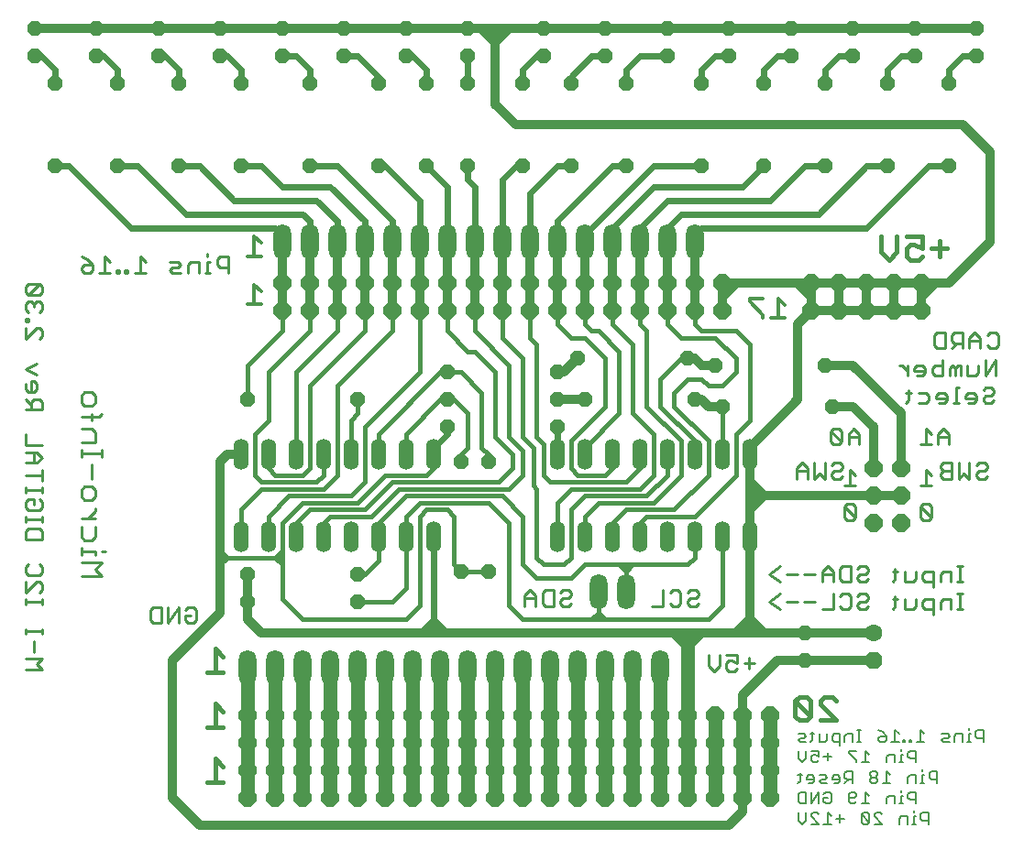
<source format=gbr>
G75*
G70*
%OFA0B0*%
%FSLAX24Y24*%
%IPPOS*%
%LPD*%
%AMOC8*
5,1,8,0,0,1.08239X$1,22.5*
%
%ADD10C,0.0110*%
%ADD11C,0.0150*%
%ADD12C,0.0080*%
%ADD13C,0.0130*%
%ADD14C,0.0100*%
%ADD15O,0.0560X0.1120*%
%ADD16OC8,0.0640*%
%ADD17O,0.0640X0.1280*%
%ADD18OC8,0.0560*%
%ADD19OC8,0.0630*%
%ADD20C,0.0630*%
%ADD21C,0.0160*%
%ADD22C,0.0500*%
%ADD23C,0.0320*%
%ADD24C,0.0240*%
D10*
X002331Y008755D02*
X002922Y008755D01*
X002725Y008952D01*
X002922Y009149D01*
X002331Y009149D01*
X002626Y009400D02*
X002626Y009794D01*
X002331Y010045D02*
X002331Y010241D01*
X002331Y010143D02*
X002922Y010143D01*
X002922Y010045D02*
X002922Y010241D01*
X002922Y011119D02*
X002922Y011316D01*
X002922Y011217D02*
X002331Y011217D01*
X002331Y011119D02*
X002331Y011316D01*
X002331Y011548D02*
X002725Y011942D01*
X002823Y011942D01*
X002922Y011844D01*
X002922Y011647D01*
X002823Y011548D01*
X002331Y011548D02*
X002331Y011942D01*
X002430Y012193D02*
X002331Y012291D01*
X002331Y012488D01*
X002430Y012587D01*
X002823Y012587D02*
X002922Y012488D01*
X002922Y012291D01*
X002823Y012193D01*
X002430Y012193D01*
X002331Y013482D02*
X002331Y013777D01*
X002430Y013876D01*
X002823Y013876D01*
X002922Y013777D01*
X002922Y013482D01*
X002331Y013482D01*
X002331Y014127D02*
X002331Y014323D01*
X002331Y014225D02*
X002922Y014225D01*
X002922Y014127D02*
X002922Y014323D01*
X002823Y014556D02*
X002430Y014556D01*
X002331Y014655D01*
X002331Y014851D01*
X002430Y014950D01*
X002626Y014950D01*
X002626Y014753D01*
X002823Y014556D02*
X002922Y014655D01*
X002922Y014851D01*
X002823Y014950D01*
X002922Y015201D02*
X002922Y015398D01*
X002922Y015299D02*
X002331Y015299D01*
X002331Y015201D02*
X002331Y015398D01*
X002331Y015827D02*
X002922Y015827D01*
X002922Y015630D02*
X002922Y016024D01*
X002725Y016275D02*
X002922Y016472D01*
X002725Y016669D01*
X002331Y016669D01*
X002331Y016919D02*
X002331Y017313D01*
X002331Y016919D02*
X002922Y016919D01*
X002626Y016669D02*
X002626Y016275D01*
X002725Y016275D02*
X002331Y016275D01*
X002331Y018209D02*
X002922Y018209D01*
X002922Y018504D01*
X002823Y018602D01*
X002626Y018602D01*
X002528Y018504D01*
X002528Y018209D01*
X002528Y018405D02*
X002331Y018602D01*
X002430Y018853D02*
X002331Y018951D01*
X002331Y019148D01*
X002528Y019247D02*
X002528Y018853D01*
X002626Y018853D02*
X002725Y018951D01*
X002725Y019148D01*
X002626Y019247D01*
X002528Y019247D01*
X002725Y019498D02*
X002331Y019694D01*
X002725Y019891D01*
X002823Y020787D02*
X002922Y020885D01*
X002922Y021082D01*
X002823Y021180D01*
X002725Y021180D01*
X002331Y020787D01*
X002331Y021180D01*
X002331Y021431D02*
X002331Y021530D01*
X002430Y021530D01*
X002430Y021431D01*
X002331Y021431D01*
X002430Y021753D02*
X002331Y021852D01*
X002331Y022049D01*
X002430Y022147D01*
X002528Y022147D01*
X002626Y022049D01*
X002626Y021950D01*
X002626Y022049D02*
X002725Y022147D01*
X002823Y022147D01*
X002922Y022049D01*
X002922Y021852D01*
X002823Y021753D01*
X002823Y022398D02*
X002430Y022398D01*
X002823Y022792D01*
X002430Y022792D01*
X002331Y022693D01*
X002331Y022496D01*
X002430Y022398D01*
X002823Y022398D02*
X002922Y022496D01*
X002922Y022693D01*
X002823Y022792D01*
X004347Y023292D02*
X004347Y023390D01*
X004446Y023489D01*
X004741Y023489D01*
X004741Y023292D01*
X004643Y023193D01*
X004446Y023193D01*
X004347Y023292D01*
X004544Y023685D02*
X004347Y023784D01*
X004544Y023685D02*
X004741Y023489D01*
X004992Y023193D02*
X005385Y023193D01*
X005189Y023193D02*
X005189Y023784D01*
X005385Y023587D01*
X005609Y023292D02*
X005609Y023193D01*
X005708Y023193D01*
X005708Y023292D01*
X005609Y023292D01*
X005932Y023292D02*
X005932Y023193D01*
X006030Y023193D01*
X006030Y023292D01*
X005932Y023292D01*
X006281Y023193D02*
X006674Y023193D01*
X006478Y023193D02*
X006478Y023784D01*
X006674Y023587D01*
X007570Y023587D02*
X007865Y023587D01*
X007964Y023489D01*
X007865Y023390D01*
X007668Y023390D01*
X007570Y023292D01*
X007668Y023193D01*
X007964Y023193D01*
X008214Y023193D02*
X008214Y023489D01*
X008313Y023587D01*
X008608Y023587D01*
X008608Y023193D01*
X008841Y023193D02*
X009038Y023193D01*
X008939Y023193D02*
X008939Y023587D01*
X009038Y023587D01*
X008939Y023784D02*
X008939Y023882D01*
X009289Y023685D02*
X009289Y023489D01*
X009387Y023390D01*
X009682Y023390D01*
X009682Y023193D02*
X009682Y023784D01*
X009387Y023784D01*
X009289Y023685D01*
X002626Y018853D02*
X002430Y018853D01*
X006946Y011034D02*
X007241Y011034D01*
X007241Y010443D01*
X006946Y010443D01*
X006847Y010542D01*
X006847Y010935D01*
X006946Y011034D01*
X007492Y011034D02*
X007492Y010443D01*
X007885Y011034D01*
X007885Y010443D01*
X008136Y010542D02*
X008136Y010739D01*
X008333Y010739D01*
X008530Y010935D02*
X008530Y010542D01*
X008431Y010443D01*
X008235Y010443D01*
X008136Y010542D01*
X008136Y010935D02*
X008235Y011034D01*
X008431Y011034D01*
X008530Y010935D01*
X020472Y011068D02*
X020472Y011462D01*
X020669Y011659D01*
X020866Y011462D01*
X020866Y011068D01*
X021117Y011167D02*
X021117Y011560D01*
X021215Y011659D01*
X021510Y011659D01*
X021510Y011068D01*
X021215Y011068D01*
X021117Y011167D01*
X020866Y011364D02*
X020472Y011364D01*
X021761Y011265D02*
X021761Y011167D01*
X021860Y011068D01*
X022056Y011068D01*
X022155Y011167D01*
X022056Y011364D02*
X021860Y011364D01*
X021761Y011265D01*
X021761Y011560D02*
X021860Y011659D01*
X022056Y011659D01*
X022155Y011560D01*
X022155Y011462D01*
X022056Y011364D01*
X025097Y011068D02*
X025491Y011068D01*
X025491Y011659D01*
X025742Y011560D02*
X025840Y011659D01*
X026037Y011659D01*
X026135Y011560D01*
X026135Y011167D01*
X026037Y011068D01*
X025840Y011068D01*
X025742Y011167D01*
X026386Y011167D02*
X026485Y011068D01*
X026681Y011068D01*
X026780Y011167D01*
X026681Y011364D02*
X026485Y011364D01*
X026386Y011265D01*
X026386Y011167D01*
X026681Y011364D02*
X026780Y011462D01*
X026780Y011560D01*
X026681Y011659D01*
X026485Y011659D01*
X026386Y011560D01*
X027153Y009284D02*
X027153Y008890D01*
X027350Y008693D01*
X027547Y008890D01*
X027547Y009284D01*
X027798Y009284D02*
X028192Y009284D01*
X028192Y008989D01*
X027995Y009087D01*
X027896Y009087D01*
X027798Y008989D01*
X027798Y008792D01*
X027896Y008693D01*
X028093Y008693D01*
X028192Y008792D01*
X028442Y008989D02*
X028836Y008989D01*
X028639Y009185D02*
X028639Y008792D01*
X029741Y010943D02*
X029347Y011239D01*
X029741Y011534D01*
X029992Y011239D02*
X030385Y011239D01*
X030636Y011239D02*
X031030Y011239D01*
X031281Y010943D02*
X031675Y010943D01*
X031675Y011534D01*
X031925Y011435D02*
X032024Y011534D01*
X032221Y011534D01*
X032319Y011435D01*
X032319Y011042D01*
X032221Y010943D01*
X032024Y010943D01*
X031925Y011042D01*
X032570Y011042D02*
X032668Y010943D01*
X032865Y010943D01*
X032964Y011042D01*
X032865Y011239D02*
X032668Y011239D01*
X032570Y011140D01*
X032570Y011042D01*
X032865Y011239D02*
X032964Y011337D01*
X032964Y011435D01*
X032865Y011534D01*
X032668Y011534D01*
X032570Y011435D01*
X032668Y011943D02*
X032865Y011943D01*
X032964Y012042D01*
X032865Y012239D02*
X032668Y012239D01*
X032570Y012140D01*
X032570Y012042D01*
X032668Y011943D01*
X032319Y011943D02*
X032024Y011943D01*
X031925Y012042D01*
X031925Y012435D01*
X032024Y012534D01*
X032319Y012534D01*
X032319Y011943D01*
X032865Y012239D02*
X032964Y012337D01*
X032964Y012435D01*
X032865Y012534D01*
X032668Y012534D01*
X032570Y012435D01*
X031675Y012337D02*
X031675Y011943D01*
X031675Y012239D02*
X031281Y012239D01*
X031281Y012337D02*
X031281Y011943D01*
X031030Y012239D02*
X030636Y012239D01*
X030385Y012239D02*
X029992Y012239D01*
X029741Y012534D02*
X029347Y012239D01*
X029741Y011943D01*
X031281Y012337D02*
X031478Y012534D01*
X031675Y012337D01*
X032195Y014193D02*
X032097Y014292D01*
X032097Y014685D01*
X032491Y014292D01*
X032392Y014193D01*
X032195Y014193D01*
X032491Y014292D02*
X032491Y014685D01*
X032392Y014784D01*
X032195Y014784D01*
X032097Y014685D01*
X032097Y015443D02*
X032491Y015443D01*
X032294Y015443D02*
X032294Y016034D01*
X032491Y015837D01*
X032030Y015792D02*
X031931Y015693D01*
X031735Y015693D01*
X031636Y015792D01*
X031636Y015890D01*
X031735Y015989D01*
X031931Y015989D01*
X032030Y016087D01*
X032030Y016185D01*
X031931Y016284D01*
X031735Y016284D01*
X031636Y016185D01*
X031385Y016284D02*
X031385Y015693D01*
X031188Y015890D01*
X030992Y015693D01*
X030992Y016284D01*
X030741Y016087D02*
X030544Y016284D01*
X030347Y016087D01*
X030347Y015693D01*
X030347Y015989D02*
X030741Y015989D01*
X030741Y016087D02*
X030741Y015693D01*
X031696Y016943D02*
X031892Y016943D01*
X031991Y017042D01*
X031597Y017435D01*
X031597Y017042D01*
X031696Y016943D01*
X031991Y017042D02*
X031991Y017435D01*
X031892Y017534D01*
X031696Y017534D01*
X031597Y017435D01*
X032242Y017337D02*
X032242Y016943D01*
X032242Y017239D02*
X032635Y017239D01*
X032635Y017337D02*
X032635Y016943D01*
X032635Y017337D02*
X032438Y017534D01*
X032242Y017337D01*
X034329Y018443D02*
X034428Y018542D01*
X034428Y018935D01*
X034526Y018837D02*
X034329Y018837D01*
X034777Y018837D02*
X035072Y018837D01*
X035171Y018739D01*
X035171Y018542D01*
X035072Y018443D01*
X034777Y018443D01*
X035421Y018640D02*
X035815Y018640D01*
X035815Y018542D02*
X035815Y018739D01*
X035717Y018837D01*
X035520Y018837D01*
X035421Y018739D01*
X035421Y018640D01*
X035520Y018443D02*
X035717Y018443D01*
X035815Y018542D01*
X036048Y018443D02*
X036245Y018443D01*
X036146Y018443D02*
X036146Y019034D01*
X036245Y019034D01*
X036496Y018739D02*
X036496Y018640D01*
X036889Y018640D01*
X036889Y018542D02*
X036889Y018739D01*
X036791Y018837D01*
X036594Y018837D01*
X036496Y018739D01*
X036594Y018443D02*
X036791Y018443D01*
X036889Y018542D01*
X037140Y018542D02*
X037140Y018640D01*
X037239Y018739D01*
X037435Y018739D01*
X037534Y018837D01*
X037534Y018935D01*
X037435Y019034D01*
X037239Y019034D01*
X037140Y018935D01*
X037140Y018542D02*
X037239Y018443D01*
X037435Y018443D01*
X037534Y018542D01*
X037606Y019443D02*
X037606Y020034D01*
X037212Y019443D01*
X037212Y020034D01*
X036961Y019837D02*
X036961Y019542D01*
X036863Y019443D01*
X036568Y019443D01*
X036568Y019837D01*
X036317Y019837D02*
X036317Y019443D01*
X036120Y019443D02*
X036120Y019739D01*
X036022Y019837D01*
X035923Y019739D01*
X035923Y019443D01*
X035672Y019443D02*
X035377Y019443D01*
X035279Y019542D01*
X035279Y019739D01*
X035377Y019837D01*
X035672Y019837D01*
X035672Y020034D02*
X035672Y019443D01*
X035028Y019542D02*
X035028Y019739D01*
X034930Y019837D01*
X034733Y019837D01*
X034634Y019739D01*
X034634Y019640D01*
X035028Y019640D01*
X035028Y019542D02*
X034930Y019443D01*
X034733Y019443D01*
X034383Y019443D02*
X034383Y019837D01*
X034187Y019837D02*
X034088Y019837D01*
X034187Y019837D02*
X034383Y019640D01*
X035347Y020542D02*
X035347Y020935D01*
X035446Y021034D01*
X035741Y021034D01*
X035741Y020443D01*
X035446Y020443D01*
X035347Y020542D01*
X035992Y020443D02*
X036189Y020640D01*
X036090Y020640D02*
X036385Y020640D01*
X036385Y020443D02*
X036385Y021034D01*
X036090Y021034D01*
X035992Y020935D01*
X035992Y020739D01*
X036090Y020640D01*
X036636Y020739D02*
X037030Y020739D01*
X037030Y020837D02*
X036833Y021034D01*
X036636Y020837D01*
X036636Y020443D01*
X037030Y020443D02*
X037030Y020837D01*
X037281Y020935D02*
X037379Y021034D01*
X037576Y021034D01*
X037674Y020935D01*
X037674Y020542D01*
X037576Y020443D01*
X037379Y020443D01*
X037281Y020542D01*
X036317Y019837D02*
X036219Y019837D01*
X036120Y019739D01*
X035688Y017534D02*
X035492Y017337D01*
X035492Y016943D01*
X035241Y016943D02*
X034847Y016943D01*
X035044Y016943D02*
X035044Y017534D01*
X035241Y017337D01*
X035492Y017239D02*
X035885Y017239D01*
X035885Y017337D02*
X035885Y016943D01*
X035885Y017337D02*
X035688Y017534D01*
X035696Y016284D02*
X035597Y016185D01*
X035597Y016087D01*
X035696Y015989D01*
X035991Y015989D01*
X035991Y016284D02*
X035696Y016284D01*
X035991Y016284D02*
X035991Y015693D01*
X035696Y015693D01*
X035597Y015792D01*
X035597Y015890D01*
X035696Y015989D01*
X035241Y015837D02*
X035044Y016034D01*
X035044Y015443D01*
X035241Y015443D02*
X034847Y015443D01*
X034945Y014784D02*
X034847Y014685D01*
X035241Y014292D01*
X035142Y014193D01*
X034945Y014193D01*
X034847Y014292D01*
X034847Y014685D01*
X034945Y014784D02*
X035142Y014784D01*
X035241Y014685D01*
X035241Y014292D01*
X036242Y015693D02*
X036242Y016284D01*
X036635Y016284D02*
X036635Y015693D01*
X036438Y015890D01*
X036242Y015693D01*
X036886Y015792D02*
X036886Y015890D01*
X036985Y015989D01*
X037181Y015989D01*
X037280Y016087D01*
X037280Y016185D01*
X037181Y016284D01*
X036985Y016284D01*
X036886Y016185D01*
X036886Y015792D02*
X036985Y015693D01*
X037181Y015693D01*
X037280Y015792D01*
X036401Y012534D02*
X036204Y012534D01*
X036303Y012534D02*
X036303Y011943D01*
X036401Y011943D02*
X036204Y011943D01*
X035971Y011943D02*
X035971Y012337D01*
X035676Y012337D01*
X035578Y012239D01*
X035578Y011943D01*
X035327Y011943D02*
X035032Y011943D01*
X034933Y012042D01*
X034933Y012239D01*
X035032Y012337D01*
X035327Y012337D01*
X035327Y011746D01*
X035327Y011337D02*
X035032Y011337D01*
X034933Y011239D01*
X034933Y011042D01*
X035032Y010943D01*
X035327Y010943D01*
X035327Y010746D02*
X035327Y011337D01*
X035578Y011239D02*
X035578Y010943D01*
X035578Y011239D02*
X035676Y011337D01*
X035971Y011337D01*
X035971Y010943D01*
X036204Y010943D02*
X036401Y010943D01*
X036303Y010943D02*
X036303Y011534D01*
X036401Y011534D02*
X036204Y011534D01*
X034682Y011337D02*
X034682Y011042D01*
X034584Y010943D01*
X034289Y010943D01*
X034289Y011337D01*
X034038Y011337D02*
X033841Y011337D01*
X033939Y011435D02*
X033939Y011042D01*
X033841Y010943D01*
X033841Y011943D02*
X033939Y012042D01*
X033939Y012435D01*
X033841Y012337D02*
X034038Y012337D01*
X034289Y012337D02*
X034289Y011943D01*
X034584Y011943D01*
X034682Y012042D01*
X034682Y012337D01*
D11*
X031651Y007764D02*
X031793Y007622D01*
X031651Y007764D02*
X031367Y007764D01*
X031226Y007622D01*
X031226Y007480D01*
X031793Y006913D01*
X031226Y006913D01*
X030872Y007055D02*
X030305Y007622D01*
X030305Y007055D01*
X030447Y006913D01*
X030730Y006913D01*
X030872Y007055D01*
X030872Y007622D01*
X030730Y007764D01*
X030447Y007764D01*
X030305Y007622D01*
X033713Y023663D02*
X033430Y023947D01*
X033430Y024514D01*
X033997Y024514D02*
X033997Y023947D01*
X033713Y023663D01*
X034351Y023805D02*
X034492Y023663D01*
X034776Y023663D01*
X034918Y023805D01*
X034918Y024089D02*
X034634Y024230D01*
X034492Y024230D01*
X034351Y024089D01*
X034351Y023805D01*
X034918Y024089D02*
X034918Y024514D01*
X034351Y024514D01*
X035271Y024089D02*
X035839Y024089D01*
X035555Y024372D02*
X035555Y023805D01*
X009497Y009230D02*
X009213Y009514D01*
X009213Y008663D01*
X008930Y008663D02*
X009497Y008663D01*
X009213Y007514D02*
X009213Y006663D01*
X008930Y006663D02*
X009497Y006663D01*
X009497Y007230D02*
X009213Y007514D01*
X009213Y005514D02*
X009213Y004663D01*
X008930Y004663D02*
X009497Y004663D01*
X009497Y005230D02*
X009213Y005514D01*
D12*
X030403Y004909D02*
X030544Y004909D01*
X030473Y004979D02*
X030473Y004698D01*
X030403Y004628D01*
X030487Y004299D02*
X030697Y004299D01*
X030697Y003878D01*
X030487Y003878D01*
X030417Y003948D01*
X030417Y004229D01*
X030487Y004299D01*
X030877Y004299D02*
X030877Y003878D01*
X031157Y004299D01*
X031157Y003878D01*
X031337Y003948D02*
X031337Y004088D01*
X031477Y004088D01*
X031337Y003948D02*
X031407Y003878D01*
X031548Y003878D01*
X031618Y003948D01*
X031618Y004229D01*
X031548Y004299D01*
X031407Y004299D01*
X031337Y004229D01*
X031254Y004628D02*
X031184Y004698D01*
X031254Y004768D01*
X031394Y004768D01*
X031464Y004838D01*
X031394Y004909D01*
X031184Y004909D01*
X031004Y004838D02*
X030934Y004909D01*
X030794Y004909D01*
X030724Y004838D01*
X030724Y004768D01*
X031004Y004768D01*
X031004Y004698D02*
X031004Y004838D01*
X031004Y004698D02*
X030934Y004628D01*
X030794Y004628D01*
X031254Y004628D02*
X031464Y004628D01*
X031644Y004768D02*
X031925Y004768D01*
X031925Y004698D02*
X031925Y004838D01*
X031855Y004909D01*
X031714Y004909D01*
X031644Y004838D01*
X031644Y004768D01*
X031714Y004628D02*
X031855Y004628D01*
X031925Y004698D01*
X032105Y004628D02*
X032245Y004768D01*
X032175Y004768D02*
X032385Y004768D01*
X032385Y004628D02*
X032385Y005049D01*
X032175Y005049D01*
X032105Y004979D01*
X032105Y004838D01*
X032175Y004768D01*
X032328Y004299D02*
X032468Y004299D01*
X032538Y004229D01*
X032538Y004159D01*
X032468Y004088D01*
X032258Y004088D01*
X032258Y003948D02*
X032258Y004229D01*
X032328Y004299D01*
X032258Y003948D02*
X032328Y003878D01*
X032468Y003878D01*
X032538Y003948D01*
X032718Y003878D02*
X032999Y003878D01*
X032859Y003878D02*
X032859Y004299D01*
X032999Y004159D01*
X033095Y004628D02*
X033236Y004628D01*
X033306Y004698D01*
X033306Y004768D01*
X033236Y004838D01*
X033095Y004838D01*
X033025Y004768D01*
X033025Y004698D01*
X033095Y004628D01*
X033095Y004838D02*
X033025Y004909D01*
X033025Y004979D01*
X033095Y005049D01*
X033236Y005049D01*
X033306Y004979D01*
X033306Y004909D01*
X033236Y004838D01*
X033486Y004628D02*
X033766Y004628D01*
X033626Y004628D02*
X033626Y005049D01*
X033766Y004909D01*
X033639Y005378D02*
X033639Y005588D01*
X033709Y005659D01*
X033919Y005659D01*
X033919Y005378D01*
X034086Y005378D02*
X034226Y005378D01*
X034156Y005378D02*
X034156Y005659D01*
X034226Y005659D01*
X034156Y005799D02*
X034156Y005869D01*
X034233Y006128D02*
X034303Y006128D01*
X034303Y006198D01*
X034233Y006198D01*
X034233Y006128D01*
X034073Y006128D02*
X033793Y006128D01*
X033933Y006128D02*
X033933Y006549D01*
X034073Y006409D01*
X034463Y006198D02*
X034463Y006128D01*
X034533Y006128D01*
X034533Y006198D01*
X034463Y006198D01*
X034714Y006128D02*
X034994Y006128D01*
X034854Y006128D02*
X034854Y006549D01*
X034994Y006409D01*
X035634Y006409D02*
X035844Y006409D01*
X035914Y006338D01*
X035844Y006268D01*
X035704Y006268D01*
X035634Y006198D01*
X035704Y006128D01*
X035914Y006128D01*
X036095Y006128D02*
X036095Y006338D01*
X036165Y006409D01*
X036375Y006409D01*
X036375Y006128D01*
X036542Y006128D02*
X036682Y006128D01*
X036612Y006128D02*
X036612Y006409D01*
X036682Y006409D01*
X036612Y006549D02*
X036612Y006619D01*
X036862Y006479D02*
X036862Y006338D01*
X036932Y006268D01*
X037142Y006268D01*
X037142Y006128D02*
X037142Y006549D01*
X036932Y006549D01*
X036862Y006479D01*
X035454Y005049D02*
X035244Y005049D01*
X035174Y004979D01*
X035174Y004838D01*
X035244Y004768D01*
X035454Y004768D01*
X035454Y004628D02*
X035454Y005049D01*
X034994Y004909D02*
X034924Y004909D01*
X034924Y004628D01*
X034994Y004628D02*
X034853Y004628D01*
X034687Y004628D02*
X034687Y004909D01*
X034477Y004909D01*
X034406Y004838D01*
X034406Y004628D01*
X034476Y004299D02*
X034406Y004229D01*
X034406Y004088D01*
X034476Y004018D01*
X034687Y004018D01*
X034687Y003878D02*
X034687Y004299D01*
X034476Y004299D01*
X034226Y004159D02*
X034156Y004159D01*
X034156Y003878D01*
X034226Y003878D02*
X034086Y003878D01*
X033919Y003878D02*
X033919Y004159D01*
X033709Y004159D01*
X033639Y004088D01*
X033639Y003878D01*
X033389Y003549D02*
X033249Y003549D01*
X033179Y003479D01*
X033179Y003409D01*
X033459Y003128D01*
X033179Y003128D01*
X032999Y003198D02*
X032718Y003479D01*
X032718Y003198D01*
X032789Y003128D01*
X032929Y003128D01*
X032999Y003198D01*
X032999Y003479D01*
X032929Y003549D01*
X032789Y003549D01*
X032718Y003479D01*
X032078Y003338D02*
X031798Y003338D01*
X031618Y003409D02*
X031478Y003549D01*
X031478Y003128D01*
X031618Y003128D02*
X031337Y003128D01*
X031157Y003128D02*
X030877Y003409D01*
X030877Y003479D01*
X030947Y003549D01*
X031087Y003549D01*
X031157Y003479D01*
X031157Y003128D02*
X030877Y003128D01*
X030697Y003268D02*
X030557Y003128D01*
X030417Y003268D01*
X030417Y003549D01*
X030697Y003549D02*
X030697Y003268D01*
X031938Y003198D02*
X031938Y003479D01*
X033389Y003549D02*
X033459Y003479D01*
X034100Y003338D02*
X034100Y003128D01*
X034100Y003338D02*
X034170Y003409D01*
X034380Y003409D01*
X034380Y003128D01*
X034547Y003128D02*
X034687Y003128D01*
X034617Y003128D02*
X034617Y003409D01*
X034687Y003409D01*
X034617Y003549D02*
X034617Y003619D01*
X034867Y003479D02*
X034867Y003338D01*
X034937Y003268D01*
X035147Y003268D01*
X035147Y003128D02*
X035147Y003549D01*
X034937Y003549D01*
X034867Y003479D01*
X034156Y004299D02*
X034156Y004369D01*
X034924Y005049D02*
X034924Y005119D01*
X034687Y005378D02*
X034687Y005799D01*
X034476Y005799D01*
X034406Y005729D01*
X034406Y005588D01*
X034476Y005518D01*
X034687Y005518D01*
X033613Y006198D02*
X033613Y006338D01*
X033403Y006338D01*
X033332Y006268D01*
X033332Y006198D01*
X033403Y006128D01*
X033543Y006128D01*
X033613Y006198D01*
X033613Y006338D02*
X033473Y006479D01*
X033332Y006549D01*
X032692Y006549D02*
X032552Y006549D01*
X032622Y006549D02*
X032622Y006128D01*
X032692Y006128D02*
X032552Y006128D01*
X032385Y006128D02*
X032385Y006409D01*
X032175Y006409D01*
X032105Y006338D01*
X032105Y006128D01*
X031925Y006128D02*
X031715Y006128D01*
X031645Y006198D01*
X031645Y006338D01*
X031715Y006409D01*
X031925Y006409D01*
X031925Y005988D01*
X032258Y005799D02*
X032258Y005729D01*
X032538Y005448D01*
X032538Y005378D01*
X032718Y005378D02*
X032999Y005378D01*
X032859Y005378D02*
X032859Y005799D01*
X032999Y005659D01*
X032538Y005799D02*
X032258Y005799D01*
X031618Y005588D02*
X031337Y005588D01*
X031157Y005588D02*
X031017Y005659D01*
X030947Y005659D01*
X030877Y005588D01*
X030877Y005448D01*
X030947Y005378D01*
X031087Y005378D01*
X031157Y005448D01*
X031157Y005588D02*
X031157Y005799D01*
X030877Y005799D01*
X030697Y005799D02*
X030697Y005518D01*
X030557Y005378D01*
X030417Y005518D01*
X030417Y005799D01*
X030487Y006128D02*
X030417Y006198D01*
X030487Y006268D01*
X030627Y006268D01*
X030697Y006338D01*
X030627Y006409D01*
X030417Y006409D01*
X030487Y006128D02*
X030697Y006128D01*
X030864Y006128D02*
X030934Y006198D01*
X030934Y006479D01*
X031004Y006409D02*
X030864Y006409D01*
X031184Y006409D02*
X031184Y006128D01*
X031394Y006128D01*
X031464Y006198D01*
X031464Y006409D01*
X031477Y005729D02*
X031477Y005448D01*
D13*
X029920Y021543D02*
X029433Y021543D01*
X029676Y021543D02*
X029676Y022274D01*
X029920Y022030D01*
X029128Y022274D02*
X028641Y022274D01*
X028641Y022152D01*
X029128Y021665D01*
X029128Y021543D01*
X010878Y022043D02*
X010391Y022043D01*
X010635Y022043D02*
X010635Y022774D01*
X010878Y022530D01*
X010878Y023793D02*
X010391Y023793D01*
X010635Y023793D02*
X010635Y024524D01*
X010878Y024280D01*
D14*
X004848Y018727D02*
X004721Y018853D01*
X004468Y018853D01*
X004341Y018727D01*
X004341Y018473D01*
X004468Y018346D01*
X004721Y018346D01*
X004848Y018473D01*
X004848Y018727D01*
X004721Y018072D02*
X004721Y017818D01*
X004975Y017945D02*
X005102Y018072D01*
X004975Y017945D02*
X004341Y017945D01*
X004341Y017534D02*
X004721Y017534D01*
X004848Y017407D01*
X004848Y017026D01*
X004341Y017026D01*
X004341Y016752D02*
X004341Y016499D01*
X004341Y016625D02*
X005102Y016625D01*
X005102Y016499D02*
X005102Y016752D01*
X004721Y016214D02*
X004721Y015707D01*
X004721Y015422D02*
X004848Y015295D01*
X004848Y015042D01*
X004721Y014915D01*
X004468Y014915D01*
X004341Y015042D01*
X004341Y015295D01*
X004468Y015422D01*
X004721Y015422D01*
X004848Y014635D02*
X004848Y014509D01*
X004595Y014255D01*
X004848Y014255D02*
X004341Y014255D01*
X004341Y013970D02*
X004341Y013590D01*
X004468Y013463D01*
X004721Y013463D01*
X004848Y013590D01*
X004848Y013970D01*
X004341Y013189D02*
X004341Y012935D01*
X004341Y013062D02*
X004848Y013062D01*
X004848Y012935D01*
X005102Y013062D02*
X005229Y013062D01*
X005102Y012650D02*
X004341Y012650D01*
X004341Y012143D02*
X005102Y012143D01*
X004848Y012397D01*
X005102Y012650D01*
D15*
X010151Y013588D03*
X011151Y013588D03*
X012151Y013588D03*
X013151Y013588D03*
X014151Y013588D03*
X015151Y013588D03*
X016151Y013588D03*
X017151Y013588D03*
X017151Y016588D03*
X016151Y016588D03*
X015151Y016588D03*
X014151Y016588D03*
X013151Y016588D03*
X012151Y016588D03*
X011151Y016588D03*
X010151Y016588D03*
X021651Y016588D03*
X022651Y016588D03*
X023651Y016588D03*
X024651Y016588D03*
X025651Y016588D03*
X026651Y016588D03*
X027651Y016588D03*
X028651Y016588D03*
X028651Y013588D03*
X027651Y013588D03*
X026651Y013588D03*
X025651Y013588D03*
X024651Y013588D03*
X023651Y013588D03*
X022651Y013588D03*
X021651Y013588D03*
D16*
X021401Y007088D03*
X020401Y007088D03*
X020401Y006088D03*
X021401Y006088D03*
X021401Y005088D03*
X020401Y005088D03*
X020401Y004088D03*
X021401Y004088D03*
X022401Y004088D03*
X023401Y004088D03*
X024401Y004088D03*
X025401Y004088D03*
X026401Y004088D03*
X027401Y004088D03*
X028401Y004088D03*
X029401Y004088D03*
X029401Y005088D03*
X028401Y005088D03*
X027401Y005088D03*
X026401Y005088D03*
X025401Y005088D03*
X024401Y005088D03*
X023401Y005088D03*
X022401Y005088D03*
X022401Y006088D03*
X023401Y006088D03*
X024401Y006088D03*
X025401Y006088D03*
X026401Y006088D03*
X027401Y006088D03*
X028401Y006088D03*
X029401Y006088D03*
X029401Y007088D03*
X028401Y007088D03*
X027401Y007088D03*
X026401Y007088D03*
X025401Y007088D03*
X024401Y007088D03*
X023401Y007088D03*
X022401Y007088D03*
X019401Y007088D03*
X018401Y007088D03*
X018401Y006088D03*
X019401Y006088D03*
X019401Y005088D03*
X018401Y005088D03*
X018401Y004088D03*
X019401Y004088D03*
X017401Y004088D03*
X016401Y004088D03*
X015401Y004088D03*
X014401Y004088D03*
X013401Y004088D03*
X012401Y004088D03*
X011401Y004088D03*
X010401Y004088D03*
X010401Y005088D03*
X011401Y005088D03*
X012401Y005088D03*
X013401Y005088D03*
X014401Y005088D03*
X015401Y005088D03*
X016401Y005088D03*
X017401Y005088D03*
X017401Y006088D03*
X016401Y006088D03*
X015401Y006088D03*
X014401Y006088D03*
X013401Y006088D03*
X012401Y006088D03*
X011401Y006088D03*
X010401Y006088D03*
X010401Y007088D03*
X011401Y007088D03*
X012401Y007088D03*
X013401Y007088D03*
X014401Y007088D03*
X015401Y007088D03*
X016401Y007088D03*
X017401Y007088D03*
X033151Y014088D03*
X034151Y014088D03*
X034151Y015088D03*
X033151Y015088D03*
X033151Y016088D03*
X034151Y016088D03*
X033901Y021838D03*
X034901Y021838D03*
X034901Y022838D03*
X033901Y022838D03*
X032901Y022838D03*
X031901Y022838D03*
X031901Y021838D03*
X032901Y021838D03*
X030901Y021838D03*
X030901Y022838D03*
X027651Y022838D03*
X026651Y022838D03*
X026651Y021838D03*
X027651Y021838D03*
X025651Y021838D03*
X024651Y021838D03*
X023651Y021838D03*
X022651Y021838D03*
X021651Y021838D03*
X020651Y021838D03*
X019651Y021838D03*
X018651Y021838D03*
X017651Y021838D03*
X016651Y021838D03*
X015651Y021838D03*
X014651Y021838D03*
X013651Y021838D03*
X012651Y021838D03*
X011651Y021838D03*
X011651Y022838D03*
X012651Y022838D03*
X013651Y022838D03*
X014651Y022838D03*
X015651Y022838D03*
X016651Y022838D03*
X017651Y022838D03*
X018651Y022838D03*
X019651Y022838D03*
X020651Y022838D03*
X021651Y022838D03*
X022651Y022838D03*
X023651Y022838D03*
X024651Y022838D03*
X025651Y022838D03*
D17*
X025651Y024338D03*
X024651Y024338D03*
X023651Y024338D03*
X022651Y024338D03*
X021651Y024338D03*
X020651Y024338D03*
X019651Y024338D03*
X018651Y024338D03*
X017651Y024338D03*
X016651Y024338D03*
X015651Y024338D03*
X014651Y024338D03*
X013651Y024338D03*
X012651Y024338D03*
X011651Y024338D03*
X023151Y011588D03*
X024151Y011588D03*
X024401Y008838D03*
X023401Y008838D03*
X022401Y008838D03*
X021401Y008838D03*
X020401Y008838D03*
X019401Y008838D03*
X018401Y008838D03*
X017401Y008838D03*
X016401Y008838D03*
X015401Y008838D03*
X014401Y008838D03*
X013401Y008838D03*
X012401Y008838D03*
X011401Y008838D03*
X010401Y008838D03*
X025401Y008838D03*
X026651Y024338D03*
D18*
X026901Y027088D03*
X029151Y027088D03*
X031401Y027088D03*
X033651Y027088D03*
X035901Y027088D03*
X035901Y030088D03*
X036901Y031088D03*
X036901Y032088D03*
X034651Y032088D03*
X034651Y031088D03*
X033651Y030088D03*
X032401Y031088D03*
X032401Y032088D03*
X031401Y030088D03*
X030151Y031088D03*
X030151Y032088D03*
X029151Y030088D03*
X027901Y031088D03*
X027901Y032088D03*
X026901Y030088D03*
X025651Y031088D03*
X025651Y032088D03*
X024151Y030088D03*
X023401Y031088D03*
X023401Y032088D03*
X021151Y032088D03*
X021151Y031088D03*
X020401Y030088D03*
X022151Y030088D03*
X022151Y027088D03*
X020401Y027088D03*
X018401Y027088D03*
X016901Y027088D03*
X015151Y027088D03*
X012651Y027088D03*
X010151Y027088D03*
X007901Y027088D03*
X005651Y027088D03*
X003401Y027088D03*
X003401Y030088D03*
X002651Y031088D03*
X002651Y032088D03*
X004901Y032088D03*
X004901Y031088D03*
X005651Y030088D03*
X007151Y031088D03*
X007151Y032088D03*
X007901Y030088D03*
X009401Y031088D03*
X009401Y032088D03*
X010151Y030088D03*
X011651Y031088D03*
X011651Y032088D03*
X012651Y030088D03*
X013901Y031088D03*
X013901Y032088D03*
X016151Y032088D03*
X016151Y031088D03*
X016901Y030088D03*
X018401Y030088D03*
X018401Y031088D03*
X018401Y032088D03*
X015151Y030088D03*
X024151Y027088D03*
X022401Y020088D03*
X021651Y019588D03*
X021651Y018588D03*
X021651Y017588D03*
X022651Y018588D03*
X026401Y020088D03*
X027401Y019838D03*
X026651Y018588D03*
X027651Y018338D03*
X031651Y018338D03*
X031401Y019838D03*
X030651Y010088D03*
X030651Y009088D03*
X019151Y012338D03*
X018151Y012338D03*
X014401Y012213D03*
X014401Y011213D03*
X010401Y011213D03*
X010401Y012213D03*
X010401Y018588D03*
X014401Y018588D03*
X017651Y018588D03*
X017651Y017588D03*
X018151Y016338D03*
X019151Y016338D03*
X017651Y019588D03*
D19*
X033151Y009088D03*
D20*
X033151Y010088D03*
D21*
X027651Y011088D02*
X027151Y010588D01*
X023401Y010588D01*
X023151Y010838D01*
X022901Y010588D01*
X020401Y010588D01*
X019901Y011088D01*
X019901Y014088D01*
X019151Y014838D01*
X016651Y014838D01*
X016151Y014338D01*
X016151Y013588D01*
X016151Y011713D01*
X015651Y011213D01*
X014401Y011213D01*
X014401Y012213D02*
X014651Y012213D01*
X015151Y012713D01*
X015151Y013588D01*
X015151Y014088D01*
X016151Y015088D01*
X019651Y015088D01*
X020401Y014338D01*
X020401Y012588D01*
X020901Y012088D01*
X022151Y012088D01*
X022651Y012588D01*
X023901Y012588D01*
X024151Y012338D01*
X024401Y012588D01*
X024151Y012588D01*
X024151Y011588D01*
X024151Y012338D02*
X024151Y012588D01*
X023901Y012588D01*
X024401Y012588D02*
X026401Y012588D01*
X026651Y012838D01*
X026651Y013588D01*
X026651Y014338D02*
X024901Y014338D01*
X024651Y014088D01*
X024651Y013588D01*
X023651Y013588D02*
X023651Y014088D01*
X024151Y014588D01*
X025901Y014588D01*
X027151Y015838D01*
X027151Y017088D01*
X025901Y018338D01*
X025901Y018838D01*
X026401Y019338D01*
X026901Y019338D01*
X027151Y019088D01*
X027651Y019088D01*
X028151Y019588D01*
X028151Y020088D01*
X027401Y020838D01*
X026151Y020838D01*
X025651Y021338D01*
X025651Y021838D01*
X024651Y021838D02*
X024651Y021338D01*
X024901Y021088D01*
X024901Y018338D01*
X026151Y017088D01*
X026151Y015838D01*
X025151Y014838D01*
X023151Y014838D01*
X022651Y014338D01*
X022651Y013588D01*
X022151Y012838D02*
X021901Y012588D01*
X021151Y012588D01*
X020901Y012838D01*
X020901Y015338D01*
X020776Y015463D01*
X020776Y016838D01*
X020401Y017213D01*
X020401Y020088D01*
X019651Y020838D01*
X019651Y021838D01*
X018651Y021838D02*
X018651Y021088D01*
X019901Y019838D01*
X019901Y017213D01*
X020401Y016713D01*
X020401Y015838D01*
X019901Y015338D01*
X015901Y015338D01*
X014901Y014338D01*
X013401Y014338D01*
X013151Y014088D01*
X013151Y013588D01*
X012151Y013588D02*
X012151Y014088D01*
X012651Y014588D01*
X014651Y014588D01*
X015651Y015588D01*
X019526Y015588D01*
X020026Y016088D01*
X020026Y016588D01*
X019401Y017213D01*
X019401Y019588D01*
X018651Y020338D01*
X018401Y020338D01*
X017651Y021088D01*
X017651Y021838D01*
X016651Y021838D02*
X016651Y019588D01*
X014651Y017588D01*
X014651Y015588D01*
X014151Y015088D01*
X011901Y015088D01*
X011151Y014338D01*
X011151Y013588D01*
X011651Y013088D02*
X011651Y014088D01*
X012401Y014838D01*
X014401Y014838D01*
X015401Y015838D01*
X016901Y015838D01*
X017151Y016088D01*
X017151Y016588D01*
X018151Y016588D02*
X018151Y016338D01*
X018151Y016588D02*
X018401Y016838D01*
X018401Y018088D01*
X017901Y018588D01*
X017651Y018588D01*
X017401Y018588D01*
X016151Y017338D01*
X016151Y016588D01*
X015151Y016588D02*
X015151Y017338D01*
X017401Y019588D01*
X017651Y019588D01*
X018151Y019588D01*
X018901Y018838D01*
X018901Y016838D01*
X019151Y016588D01*
X019151Y016338D01*
X020901Y017213D02*
X020901Y020588D01*
X020651Y020838D01*
X020651Y021838D01*
X021651Y021838D02*
X021651Y021338D01*
X022151Y020838D01*
X022651Y020838D01*
X023401Y020088D01*
X023401Y018338D01*
X022151Y017088D01*
X022151Y016088D01*
X022401Y015838D01*
X023401Y015838D01*
X023651Y016088D01*
X023651Y016588D01*
X022651Y016588D02*
X022651Y016838D01*
X023901Y018088D01*
X023901Y020338D01*
X023151Y021088D01*
X022901Y021088D01*
X022651Y021338D01*
X022651Y021838D01*
X023651Y021838D02*
X023651Y021338D01*
X024401Y020588D01*
X024401Y018088D01*
X025151Y017338D01*
X025151Y015838D01*
X024651Y015338D01*
X022151Y015338D01*
X021651Y014838D01*
X021651Y013588D01*
X022151Y012838D02*
X022151Y014588D01*
X022651Y015088D01*
X024901Y015088D01*
X025651Y015838D01*
X025651Y016588D01*
X024651Y016588D02*
X024651Y016088D01*
X024151Y015588D01*
X021401Y015588D01*
X021151Y015838D01*
X021151Y016963D01*
X020901Y017213D01*
X017901Y014338D02*
X017651Y014588D01*
X016901Y014588D01*
X016651Y014338D01*
X016651Y011088D01*
X016151Y010588D01*
X012401Y010588D01*
X011651Y011338D01*
X011651Y012588D01*
X011401Y012838D01*
X009651Y012838D01*
X009401Y012588D01*
X009401Y012838D02*
X009651Y012838D01*
X009401Y013088D01*
X010151Y013588D02*
X010151Y014588D01*
X010901Y015338D01*
X013151Y015338D01*
X013651Y015838D01*
X013651Y019088D01*
X015651Y021088D01*
X015651Y021838D01*
X014651Y021838D02*
X014651Y021088D01*
X012651Y019088D01*
X012651Y016088D01*
X012401Y015838D01*
X011401Y015838D01*
X011151Y016088D01*
X011151Y016588D01*
X010651Y015838D02*
X010651Y017338D01*
X011151Y017838D01*
X011151Y019588D01*
X012651Y021088D01*
X012651Y021838D01*
X011651Y021838D02*
X011651Y021088D01*
X010401Y019838D01*
X010401Y018588D01*
X012151Y019588D02*
X013651Y021088D01*
X013651Y021838D01*
X012151Y019588D02*
X012151Y016588D01*
X013151Y016588D02*
X013151Y015838D01*
X012901Y015588D01*
X010901Y015588D01*
X010651Y015838D01*
X011651Y013088D02*
X011401Y012838D01*
X011651Y012838D01*
X011651Y012588D01*
X011651Y012838D02*
X011651Y013088D01*
X014151Y016588D02*
X014151Y017838D01*
X014401Y018088D01*
X014401Y018588D01*
X017901Y014338D02*
X017901Y012588D01*
X018151Y012338D01*
X019151Y012338D01*
X022901Y010588D02*
X023151Y010588D01*
X023151Y011588D01*
X023151Y010838D02*
X023151Y010588D01*
X023401Y010588D01*
X027651Y011088D02*
X027651Y013588D01*
X026651Y014338D02*
X028151Y015838D01*
X028151Y017338D01*
X028651Y017838D01*
X028651Y020588D01*
X028151Y021088D01*
X026901Y021088D01*
X026651Y021338D01*
X026651Y021838D01*
X026401Y020088D02*
X026151Y020088D01*
X025401Y019338D01*
X025401Y018338D01*
X026651Y017088D01*
X026651Y016588D01*
X027651Y016588D02*
X027651Y018338D01*
D22*
X026401Y009838D02*
X026401Y009588D01*
X026401Y007088D01*
X026401Y006088D01*
X026401Y005088D01*
X026401Y004088D01*
X025401Y004088D02*
X025401Y005088D01*
X025401Y006088D01*
X025401Y007088D01*
X025401Y008838D01*
X024401Y008838D02*
X024401Y007088D01*
X024401Y006088D01*
X024401Y005088D01*
X024401Y004088D01*
X023401Y004088D02*
X023401Y005088D01*
X023401Y006088D01*
X023401Y007088D01*
X023401Y008838D01*
X022401Y008838D02*
X022401Y007088D01*
X022401Y006088D01*
X022401Y005088D01*
X022401Y004088D01*
X021401Y004088D02*
X021401Y005088D01*
X021401Y006088D01*
X021401Y007088D01*
X021401Y008838D01*
X020401Y008838D02*
X020401Y007088D01*
X020401Y006088D01*
X020401Y005088D01*
X020401Y004088D01*
X019401Y004088D02*
X019401Y005088D01*
X019401Y006088D01*
X019401Y007088D01*
X019401Y008838D01*
X018401Y008838D02*
X018401Y007088D01*
X018401Y006088D01*
X018401Y005088D01*
X018401Y004088D01*
X017401Y004088D02*
X017401Y005088D01*
X017401Y006088D01*
X017401Y007088D01*
X017401Y008838D01*
X016401Y008838D02*
X016401Y007088D01*
X016401Y006088D01*
X016401Y005088D01*
X016401Y004088D01*
X015401Y004088D02*
X015401Y005088D01*
X015401Y006088D01*
X015401Y007088D01*
X015401Y008838D01*
X014401Y008838D02*
X014401Y007088D01*
X014401Y006088D01*
X014401Y005088D01*
X014401Y004088D01*
X013401Y004088D02*
X013401Y005088D01*
X013401Y006088D01*
X013401Y007088D01*
X013401Y008838D01*
X012401Y008838D02*
X012401Y007088D01*
X012401Y006088D01*
X012401Y005088D01*
X012401Y004088D01*
X011401Y004088D02*
X011401Y005088D01*
X011401Y006088D01*
X011401Y007088D01*
X011401Y008838D01*
X010401Y008838D02*
X010401Y007088D01*
X010401Y006088D01*
X010401Y005088D01*
X010401Y004088D01*
X027401Y004088D02*
X027401Y005088D01*
X027401Y006088D01*
X027401Y007088D01*
X028401Y007088D02*
X028401Y006088D01*
X028401Y005088D01*
X028401Y004088D01*
X029401Y004088D02*
X029401Y005088D01*
X029401Y006088D01*
X029401Y007088D01*
D23*
X007651Y009088D02*
X007651Y004088D01*
X008651Y003088D01*
X027901Y003088D01*
X028401Y003588D01*
X028401Y004088D01*
X028401Y007088D02*
X028401Y007838D01*
X029651Y009088D01*
X029901Y009088D01*
X029914Y009088D01*
X029901Y009088D02*
X030651Y009088D01*
X033151Y009088D01*
X033151Y010088D02*
X030651Y010088D01*
X029151Y010088D01*
X028651Y010588D01*
X028151Y010088D01*
X028651Y010088D01*
X029151Y010088D01*
X028651Y010088D02*
X028651Y010588D01*
X028651Y013588D01*
X028651Y013088D01*
X028651Y013588D02*
X028651Y014588D01*
X029151Y015088D01*
X028651Y015088D01*
X028651Y014588D01*
X028651Y015088D02*
X028651Y015588D01*
X029151Y015088D01*
X033151Y015088D01*
X034151Y015088D01*
X034151Y016088D02*
X034151Y018088D01*
X032401Y019838D01*
X031401Y019838D01*
X031651Y018338D02*
X032401Y018338D01*
X033151Y017588D01*
X033151Y016088D01*
X030401Y018588D02*
X030401Y021338D01*
X030901Y021838D01*
X030901Y022338D01*
X030401Y022838D01*
X028151Y022838D01*
X027651Y022338D01*
X027651Y021838D01*
X027651Y022338D02*
X027651Y022838D01*
X028151Y022838D01*
X026651Y022838D02*
X026651Y021838D01*
X025651Y021838D02*
X025651Y022838D01*
X025651Y024338D01*
X024651Y024338D02*
X024651Y022838D01*
X024651Y021838D01*
X023651Y021838D02*
X023651Y022838D01*
X023651Y024338D01*
X022651Y024338D02*
X022651Y022838D01*
X022651Y021838D01*
X021651Y021838D02*
X021651Y022838D01*
X021651Y024338D01*
X020651Y024338D02*
X020651Y022838D01*
X020651Y021838D01*
X019651Y021838D02*
X019651Y022838D01*
X019651Y024338D01*
X018651Y024338D02*
X018651Y022838D01*
X018651Y021838D01*
X017651Y021838D02*
X017651Y022838D01*
X017651Y024338D01*
X016651Y024338D02*
X016651Y022838D01*
X016651Y021838D01*
X015651Y021838D02*
X015651Y022838D01*
X015651Y024338D01*
X014651Y024338D02*
X014651Y022838D01*
X014651Y021838D01*
X013651Y021838D02*
X013651Y022838D01*
X013651Y024338D01*
X012651Y024338D02*
X012651Y022838D01*
X012651Y021838D01*
X011651Y021838D02*
X011651Y022838D01*
X011651Y024338D01*
X019401Y029338D02*
X020151Y028588D01*
X036401Y028588D01*
X037401Y027588D01*
X037401Y024338D01*
X035901Y022838D01*
X035401Y022838D01*
X034901Y022338D01*
X034901Y022838D01*
X033901Y022838D01*
X033901Y021838D01*
X032901Y021838D01*
X032901Y022838D01*
X033901Y022838D01*
X034901Y022838D01*
X035401Y022838D01*
X034901Y022338D02*
X034901Y021838D01*
X033901Y021838D01*
X032901Y021838D02*
X031901Y021838D01*
X031901Y022838D01*
X030901Y022838D01*
X030901Y022338D01*
X030901Y021838D02*
X031901Y021838D01*
X032901Y021838D01*
X032901Y022838D02*
X031901Y022838D01*
X030901Y022838D01*
X030401Y022838D01*
X026651Y022838D02*
X026651Y024338D01*
X026651Y020088D02*
X026401Y020088D01*
X026651Y020088D02*
X026901Y019838D01*
X027401Y019838D01*
X026901Y018588D02*
X027151Y018338D01*
X027651Y018338D01*
X026901Y018588D02*
X026651Y018588D01*
X028651Y016838D02*
X028651Y016588D01*
X028651Y015588D01*
X028651Y016838D02*
X030401Y018588D01*
X022651Y018588D02*
X021651Y018588D01*
X021651Y019588D02*
X021901Y019588D01*
X022401Y020088D01*
X019401Y029338D02*
X019401Y031588D01*
X018901Y032088D01*
X018401Y032088D01*
X016151Y032088D01*
X013901Y032088D01*
X011651Y032088D01*
X009401Y032088D01*
X007151Y032088D01*
X004901Y032088D01*
X002651Y032088D01*
X018901Y032088D02*
X019401Y032088D01*
X019401Y031588D01*
X019901Y032088D01*
X021151Y032088D01*
X023401Y032088D01*
X025651Y032088D01*
X027901Y032088D01*
X030151Y032088D01*
X032401Y032088D01*
X034651Y032088D01*
X036901Y032088D01*
X019901Y032088D02*
X019401Y032088D01*
X010151Y016588D02*
X009651Y016588D01*
X009401Y016338D01*
X009401Y013088D01*
X009401Y012838D01*
X009401Y012588D01*
X009401Y010838D01*
X007651Y009088D01*
X010401Y010588D02*
X010901Y010088D01*
X016651Y010088D01*
X016901Y010088D01*
X017151Y010088D01*
X017401Y010088D01*
X017651Y010088D01*
X025901Y010088D01*
X026401Y009588D01*
X026901Y010088D01*
X028151Y010088D01*
X026901Y010088D02*
X025901Y010088D01*
X010401Y010588D02*
X010401Y011213D01*
X010401Y012213D01*
D24*
X016651Y010088D02*
X017151Y010588D01*
X017651Y010088D01*
X017401Y010088D02*
X017151Y010338D01*
X017151Y010588D01*
X017151Y013588D01*
X017151Y016588D02*
X017151Y016838D01*
X017651Y017338D01*
X017651Y017588D01*
X021651Y017588D02*
X021651Y016588D01*
X017151Y010338D02*
X016901Y010088D01*
X017151Y010088D02*
X017151Y010338D01*
X016651Y024338D02*
X016651Y025838D01*
X015401Y027088D01*
X015151Y027088D01*
X013651Y027088D02*
X015651Y025088D01*
X015651Y024338D01*
X014651Y024338D02*
X014651Y025088D01*
X013401Y026338D01*
X011651Y026338D01*
X010901Y027088D01*
X010151Y027088D01*
X009901Y025838D02*
X012901Y025838D01*
X013651Y025088D01*
X013651Y024338D01*
X012651Y024338D02*
X012651Y025088D01*
X012401Y025338D01*
X008151Y025338D01*
X006401Y027088D01*
X005651Y027088D01*
X003901Y027088D02*
X006151Y024838D01*
X011401Y024838D01*
X011651Y024588D01*
X011651Y024338D01*
X009901Y025838D02*
X008651Y027088D01*
X007901Y027088D01*
X007901Y030088D02*
X007901Y030588D01*
X007401Y031088D01*
X007151Y031088D01*
X005651Y030588D02*
X005651Y030088D01*
X005651Y030588D02*
X005151Y031088D01*
X004901Y031088D01*
X003401Y030588D02*
X003401Y030088D01*
X003401Y030588D02*
X002901Y031088D01*
X002651Y031088D01*
X003401Y027088D02*
X003901Y027088D01*
X009401Y031088D02*
X009651Y031088D01*
X010151Y030588D01*
X010151Y030088D01*
X011651Y031088D02*
X012151Y031088D01*
X012651Y030588D01*
X012651Y030088D01*
X013901Y031088D02*
X014401Y031088D01*
X015151Y030338D01*
X015151Y030088D01*
X016151Y031088D02*
X016401Y031088D01*
X016901Y030588D01*
X016901Y030088D01*
X018401Y030088D02*
X018401Y031088D01*
X020401Y030588D02*
X020401Y030088D01*
X020401Y030588D02*
X020901Y031088D01*
X021151Y031088D01*
X022151Y030338D02*
X022151Y030088D01*
X022151Y030338D02*
X022901Y031088D01*
X023401Y031088D01*
X024151Y030588D02*
X024151Y030088D01*
X024151Y030588D02*
X024651Y031088D01*
X025651Y031088D01*
X026901Y030588D02*
X026901Y030088D01*
X026901Y030588D02*
X027401Y031088D01*
X027901Y031088D01*
X029151Y030588D02*
X029151Y030088D01*
X029151Y030588D02*
X029651Y031088D01*
X030151Y031088D01*
X031401Y030588D02*
X031401Y030088D01*
X031401Y030588D02*
X031901Y031088D01*
X032401Y031088D01*
X033651Y030588D02*
X033651Y030088D01*
X033651Y030588D02*
X034151Y031088D01*
X034651Y031088D01*
X035901Y030588D02*
X035901Y030088D01*
X035901Y030588D02*
X036401Y031088D01*
X036901Y031088D01*
X035901Y027088D02*
X035151Y027088D01*
X032901Y024838D01*
X026901Y024838D01*
X026651Y024588D01*
X026651Y024338D01*
X025651Y024338D02*
X025651Y024838D01*
X026151Y025338D01*
X031151Y025338D01*
X032901Y027088D01*
X033651Y027088D01*
X031401Y027088D02*
X030651Y027088D01*
X029401Y025838D01*
X025651Y025838D01*
X024651Y024838D01*
X024651Y024338D01*
X023651Y024338D02*
X023651Y024838D01*
X025151Y026338D01*
X028401Y026338D01*
X029151Y027088D01*
X026901Y027088D02*
X025151Y027088D01*
X022651Y024588D01*
X022651Y024338D01*
X021651Y024338D02*
X021651Y025088D01*
X023651Y027088D01*
X024151Y027088D01*
X022151Y027088D02*
X021651Y027088D01*
X020651Y026088D01*
X020651Y024338D01*
X019651Y024338D02*
X019651Y026588D01*
X020151Y027088D01*
X020401Y027088D01*
X018651Y026338D02*
X018401Y026588D01*
X018401Y027088D01*
X018651Y026338D02*
X018651Y024338D01*
X017651Y024338D02*
X017651Y026338D01*
X016901Y027088D01*
X013651Y027088D02*
X012651Y027088D01*
M02*

</source>
